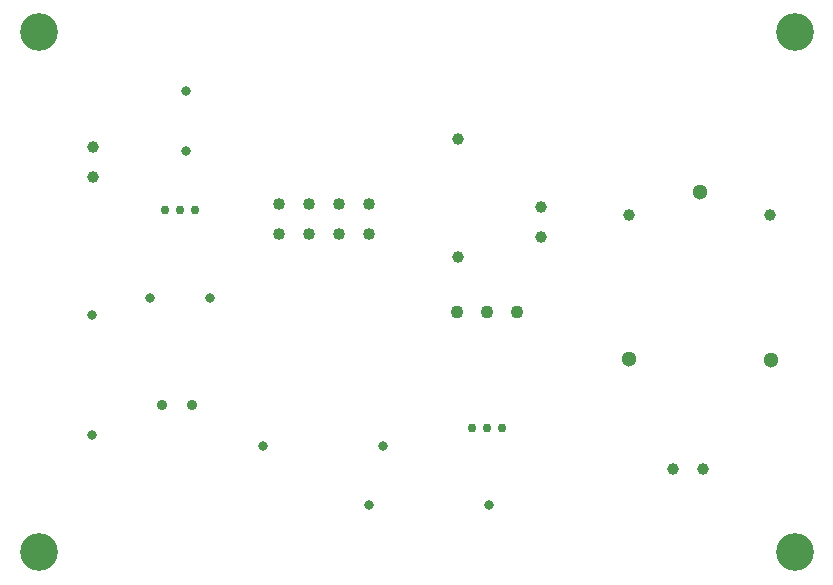
<source format=gbr>
%TF.GenerationSoftware,KiCad,Pcbnew,6.0.11-2627ca5db0~126~ubuntu20.04.1*%
%TF.CreationDate,2023-08-16T11:11:21-05:00*%
%TF.ProjectId,runLimiter,72756e4c-696d-4697-9465-722e6b696361,01*%
%TF.SameCoordinates,Original*%
%TF.FileFunction,Plated,1,2,PTH,Drill*%
%TF.FilePolarity,Positive*%
%FSLAX46Y46*%
G04 Gerber Fmt 4.6, Leading zero omitted, Abs format (unit mm)*
G04 Created by KiCad (PCBNEW 6.0.11-2627ca5db0~126~ubuntu20.04.1) date 2023-08-16 11:11:21*
%MOMM*%
%LPD*%
G01*
G04 APERTURE LIST*
%TA.AperFunction,ComponentDrill*%
%ADD10C,0.750000*%
%TD*%
%TA.AperFunction,ComponentDrill*%
%ADD11C,0.800000*%
%TD*%
%TA.AperFunction,ComponentDrill*%
%ADD12C,0.900000*%
%TD*%
%TA.AperFunction,ComponentDrill*%
%ADD13C,1.000000*%
%TD*%
%TA.AperFunction,ComponentDrill*%
%ADD14C,1.016000*%
%TD*%
%TA.AperFunction,ComponentDrill*%
%ADD15C,1.100000*%
%TD*%
%TA.AperFunction,ComponentDrill*%
%ADD16C,1.300000*%
%TD*%
%TA.AperFunction,ComponentDrill*%
%ADD17C,3.200000*%
%TD*%
G04 APERTURE END LIST*
D10*
%TO.C,U1*%
X13730000Y-18000000D03*
X15000000Y-18000000D03*
X16270000Y-18000000D03*
%TO.C,Q1*%
X39690000Y-36501115D03*
X40960000Y-36501115D03*
X42230000Y-36501115D03*
D11*
%TO.C,R1*%
X7500000Y-26920000D03*
X7500000Y-37080000D03*
%TO.C,C2*%
X12460000Y-25500000D03*
%TO.C,C1*%
X15500000Y-7960000D03*
X15500000Y-13040000D03*
%TO.C,C2*%
X17540000Y-25500000D03*
%TO.C,R3*%
X22000000Y-38000000D03*
%TO.C,R2*%
X30920000Y-43000000D03*
%TO.C,R3*%
X32160000Y-38000000D03*
%TO.C,R2*%
X41080000Y-43000000D03*
D12*
%TO.C,D1*%
X13460000Y-34500000D03*
X16000000Y-34500000D03*
D13*
%TO.C,J1*%
X7590000Y-12700000D03*
X7590000Y-15240000D03*
%TO.C,C3*%
X38500000Y-12000000D03*
X38500000Y-22000000D03*
%TO.C,J2*%
X45500000Y-17800000D03*
X45500000Y-20340000D03*
%TO.C,K1*%
X52950000Y-18450000D03*
%TO.C,J3*%
X56725000Y-40000000D03*
X59265000Y-40000000D03*
%TO.C,K1*%
X64950000Y-18450000D03*
D14*
%TO.C,U2*%
X23380000Y-17500000D03*
X23380000Y-20040000D03*
X25920000Y-17500000D03*
X25920000Y-20040000D03*
X28460000Y-17500000D03*
X28460000Y-20040000D03*
X31000000Y-17500000D03*
X31000000Y-20040000D03*
D15*
%TO.C,Q2*%
X38420000Y-26690000D03*
X40960000Y-26690000D03*
X43500000Y-26690000D03*
D16*
%TO.C,K1*%
X52950000Y-30650000D03*
X59000000Y-16500000D03*
X65000000Y-30700000D03*
D17*
%TO.C,REF\u002A\u002A*%
X3000000Y-3000000D03*
X3000000Y-47000000D03*
X67000000Y-3000000D03*
X67000000Y-47000000D03*
M02*

</source>
